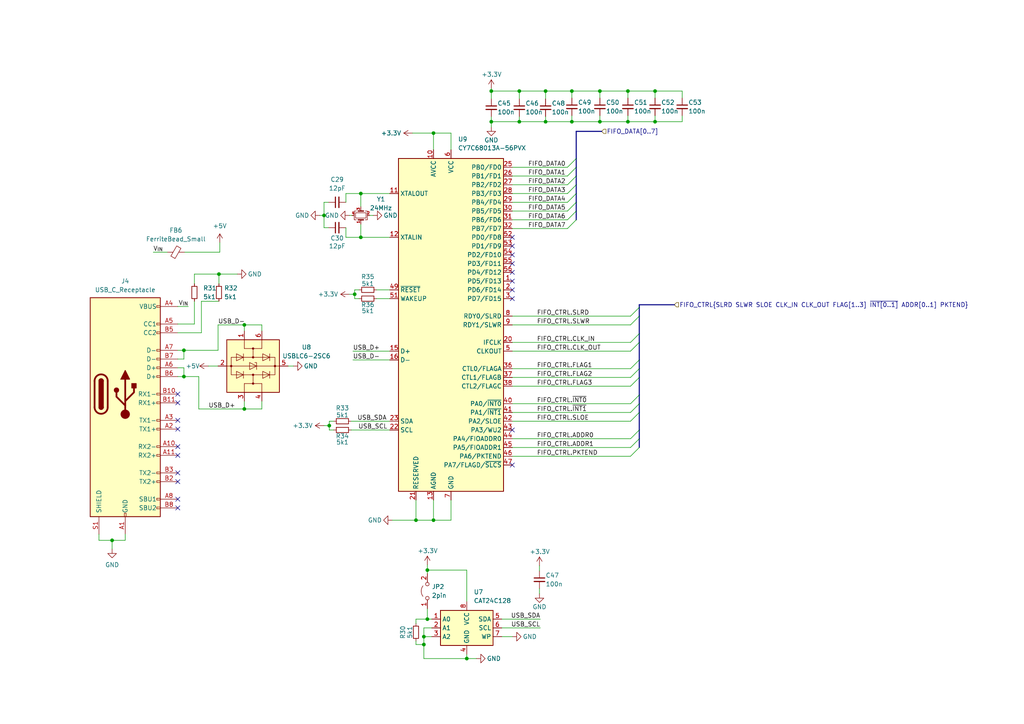
<source format=kicad_sch>
(kicad_sch (version 20211123) (generator eeschema)
  (paper "A4")
  (lib_symbols
    (symbol "Connector:USB_C_Receptacle" (pin_names (offset 1.016))
      (property "Reference" "J" (at -10.16 29.21 0))
      (property "Value" "USB_C_Receptacle" (at 10.16 29.21 0))
      (symbol "USB_C_Receptacle_0_0"
        (rectangle (start -0.254 -35.56) (end 0.254 -34.544))
        (rectangle (start 10.16 -32.766) (end 9.144 -33.274))
        (rectangle (start 10.16 -30.226) (end 9.144 -30.734))
        (rectangle (start 10.16 -25.146) (end 9.144 -25.654))
        (rectangle (start 10.16 -22.606) (end 9.144 -23.114))
        (rectangle (start 10.16 -17.526) (end 9.144 -18.034))
        (rectangle (start 10.16 -14.986) (end 9.144 -15.494))
        (rectangle (start 10.16 -9.906) (end 9.144 -10.414))
        (rectangle (start 10.16 -7.366) (end 9.144 -7.874))
        (rectangle (start 10.16 -2.286) (end 9.144 -2.794))
        (rectangle (start 10.16 0.254) (end 9.144 -0.254))
        (rectangle (start 10.16 5.334) (end 9.144 4.826))
        (rectangle (start 10.16 7.874) (end 9.144 7.366))
        (rectangle (start 10.16 10.414) (end 9.144 9.906))
        (rectangle (start 10.16 12.954) (end 9.144 12.446))
        (rectangle (start 10.16 18.034) (end 9.144 17.526))
        (rectangle (start 10.16 20.574) (end 9.144 20.066))
        (rectangle (start 10.16 25.654) (end 9.144 25.146))
      )
      (symbol "USB_C_Receptacle_0_1"
        (rectangle (start -10.16 27.94) (end 10.16 -35.56) (stroke (width 0.254)) (fill (type background)))
        (arc (start -8.89 -3.81) (mid -6.985 -5.715) (end -5.08 -3.81) (stroke (width 0.508)))
        (arc (start -7.62 -3.81) (mid -6.985 -4.445) (end -6.35 -3.81) (stroke (width 0.254)))
        (arc (start -7.62 -3.81) (mid -6.985 -4.445) (end -6.35 -3.81) (stroke (width 0.254)) (fill (type outline)))
        (rectangle (start -7.62 -3.81) (end -6.35 3.81) (stroke (width 0.254)) (fill (type outline)))
        (arc (start -6.35 3.81) (mid -6.985 4.445) (end -7.62 3.81) (stroke (width 0.254)))
        (arc (start -6.35 3.81) (mid -6.985 4.445) (end -7.62 3.81) (stroke (width 0.254)) (fill (type outline)))
        (arc (start -5.08 3.81) (mid -6.985 5.715) (end -8.89 3.81) (stroke (width 0.508)))
        (polyline (pts (xy -8.89 -3.81) (xy -8.89 3.81)) (stroke (width 0.508)))
        (polyline (pts (xy -5.08 3.81) (xy -5.08 -3.81)) (stroke (width 0.508)))
      )
      (symbol "USB_C_Receptacle_1_1"
        (circle (center -2.54 1.143) (radius 0.635) (stroke (width 0.254)) (fill (type outline)))
        (circle (center 0 -5.842) (radius 1.27) (fill (type outline)))
        (polyline (pts (xy 0 -5.842) (xy 0 4.318)) (stroke (width 0.508)))
        (polyline (pts (xy 0 -3.302) (xy -2.54 -0.762) (xy -2.54 0.508)) (stroke (width 0.508)))
        (polyline (pts (xy 0 -2.032) (xy 2.54 0.508) (xy 2.54 1.778)) (stroke (width 0.508)))
        (polyline (pts (xy -1.27 4.318) (xy 0 6.858) (xy 1.27 4.318) (xy -1.27 4.318)) (stroke (width 0.254)) (fill (type outline)))
        (rectangle (start 1.905 1.778) (end 3.175 3.048) (stroke (width 0.254)) (fill (type outline)))
        (pin passive line (at 0 -40.64 90) (length 5.08) (name "GND") (number "A1"))
        (pin bidirectional line (at 15.24 -15.24 180) (length 5.08) (name "RX2-") (number "A10"))
        (pin bidirectional line (at 15.24 -17.78 180) (length 5.08) (name "RX2+") (number "A11"))
        (pin passive line (at 0 -40.64 90) (length 5.08) hide (name "GND") (number "A12"))
        (pin bidirectional line (at 15.24 -10.16 180) (length 5.08) (name "TX1+") (number "A2"))
        (pin bidirectional line (at 15.24 -7.62 180) (length 5.08) (name "TX1-") (number "A3"))
        (pin passive line (at 15.24 25.4 180) (length 5.08) (name "VBUS") (number "A4"))
        (pin bidirectional line (at 15.24 20.32 180) (length 5.08) (name "CC1") (number "A5"))
        (pin bidirectional line (at 15.24 7.62 180) (length 5.08) (name "D+") (number "A6"))
        (pin bidirectional line (at 15.24 12.7 180) (length 5.08) (name "D-") (number "A7"))
        (pin bidirectional line (at 15.24 -30.48 180) (length 5.08) (name "SBU1") (number "A8"))
        (pin passive line (at 15.24 25.4 180) (length 5.08) hide (name "VBUS") (number "A9"))
        (pin passive line (at 0 -40.64 90) (length 5.08) hide (name "GND") (number "B1"))
        (pin bidirectional line (at 15.24 0 180) (length 5.08) (name "RX1-") (number "B10"))
        (pin bidirectional line (at 15.24 -2.54 180) (length 5.08) (name "RX1+") (number "B11"))
        (pin passive line (at 0 -40.64 90) (length 5.08) hide (name "GND") (number "B12"))
        (pin bidirectional line (at 15.24 -25.4 180) (length 5.08) (name "TX2+") (number "B2"))
        (pin bidirectional line (at 15.24 -22.86 180) (length 5.08) (name "TX2-") (number "B3"))
        (pin passive line (at 15.24 25.4 180) (length 5.08) hide (name "VBUS") (number "B4"))
        (pin bidirectional line (at 15.24 17.78 180) (length 5.08) (name "CC2") (number "B5"))
        (pin bidirectional line (at 15.24 5.08 180) (length 5.08) (name "D+") (number "B6"))
        (pin bidirectional line (at 15.24 10.16 180) (length 5.08) (name "D-") (number "B7"))
        (pin bidirectional line (at 15.24 -33.02 180) (length 5.08) (name "SBU2") (number "B8"))
        (pin passive line (at 15.24 25.4 180) (length 5.08) hide (name "VBUS") (number "B9"))
        (pin passive line (at -7.62 -40.64 90) (length 5.08) (name "SHIELD") (number "S1"))
      )
    )
    (symbol "Device:C_Small" (pin_numbers hide) (pin_names (offset 0.254) hide)
      (property "Reference" "C" (at 0.254 1.778 0))
      (property "Value" "C_Small" (at 0.254 -2.032 0))
      (symbol "C_Small_0_1"
        (polyline (pts (xy -1.524 -0.508) (xy 1.524 -0.508)) (stroke (width 0.3302)))
        (polyline (pts (xy -1.524 0.508) (xy 1.524 0.508)) (stroke (width 0.3048)))
      )
      (symbol "C_Small_1_1"
        (pin passive line (at 0 2.54 270) (length 2.032) (name "~") (number "1"))
        (pin passive line (at 0 -2.54 90) (length 2.032) (name "~") (number "2"))
      )
    )
    (symbol "Device:Crystal_GND24_Small" (pin_names (offset 1.016) hide)
      (property "Reference" "Y" (at 1.27 4.445 0))
      (property "Value" "Crystal_GND24_Small" (at 1.27 2.54 0))
      (symbol "Crystal_GND24_Small_0_1"
        (rectangle (start -0.762 -1.524) (end 0.762 1.524))
        (polyline (pts (xy -1.27 -0.762) (xy -1.27 0.762)) (stroke (width 0.381)))
        (polyline (pts (xy 1.27 -0.762) (xy 1.27 0.762)) (stroke (width 0.381)))
        (polyline (pts (xy -1.27 -1.27) (xy -1.27 -1.905) (xy 1.27 -1.905) (xy 1.27 -1.27)))
        (polyline (pts (xy -1.27 1.27) (xy -1.27 1.905) (xy 1.27 1.905) (xy 1.27 1.27)))
      )
      (symbol "Crystal_GND24_Small_1_1"
        (pin passive line (at -2.54 0 0) (length 1.27) (name "1") (number "1"))
        (pin passive line (at 0 -2.54 90) (length 0.635) (name "2") (number "2"))
        (pin passive line (at 2.54 0 180) (length 1.27) (name "3") (number "3"))
        (pin passive line (at 0 2.54 270) (length 0.635) (name "4") (number "4"))
      )
    )
    (symbol "Device:FerriteBead_Small" (pin_numbers hide) (pin_names (offset 0))
      (property "Reference" "FB" (at 1.905 1.27 0))
      (property "Value" "FerriteBead_Small" (at 1.905 -1.27 0))
      (symbol "FerriteBead_Small_0_1"
        (polyline (pts (xy 0 -1.27) (xy 0 -0.7874)))
        (polyline (pts (xy 0 0.889) (xy 0 1.2954)))
        (polyline (pts (xy -1.8288 0.2794) (xy -1.1176 1.4986) (xy 1.8288 -0.2032) (xy 1.1176 -1.4224) (xy -1.8288 0.2794)))
      )
      (symbol "FerriteBead_Small_1_1"
        (pin passive line (at 0 2.54 270) (length 1.27) (name "~") (number "1"))
        (pin passive line (at 0 -2.54 90) (length 1.27) (name "~") (number "2"))
      )
    )
    (symbol "Device:R_Small" (pin_numbers hide) (pin_names (offset 0.254) hide)
      (property "Reference" "R" (at 0.762 0.508 0))
      (property "Value" "R_Small" (at 0.762 -1.016 0))
      (symbol "R_Small_0_1"
        (rectangle (start -0.762 1.778) (end 0.762 -1.778) (stroke (width 0.2032)))
      )
      (symbol "R_Small_1_1"
        (pin passive line (at 0 2.54 270) (length 0.762) (name "~") (number "1"))
        (pin passive line (at 0 -2.54 90) (length 0.762) (name "~") (number "2"))
      )
    )
    (symbol "Jumper:Jumper_2_Open" (pin_names (offset 0) hide)
      (property "Reference" "JP" (at 0 2.794 0))
      (property "Value" "Jumper_2_Open" (at 0 -2.286 0))
      (symbol "Jumper_2_Open_0_0"
        (circle (center -2.032 0) (radius 0.508))
        (circle (center 2.032 0) (radius 0.508))
      )
      (symbol "Jumper_2_Open_0_1"
        (arc (start 1.524 1.27) (mid 0 1.778) (end -1.524 1.27))
      )
      (symbol "Jumper_2_Open_1_1"
        (pin passive line (at -5.08 0 0) (length 2.54) (name "A") (number "1"))
        (pin passive line (at 5.08 0 180) (length 2.54) (name "B") (number "2"))
      )
    )
    (symbol "MCU_Cypress:CY7C68013A-56PVX"
      (property "Reference" "U" (at -13.97 49.53 0))
      (property "Value" "CY7C68013A-56PVX" (at 12.7 49.53 0))
      (symbol "CY7C68013A-56PVX_0_1"
        (rectangle (start 15.24 -48.26) (end -15.24 48.26) (stroke (width 0.254)) (fill (type background)))
      )
      (symbol "CY7C68013A-56PVX_1_1"
        (pin bidirectional line (at 17.78 12.7 180) (length 2.54) (name "PD5/FD13") (number "1"))
        (pin power_in line (at -5.08 50.8 270) (length 2.54) (name "AVCC") (number "10"))
        (pin output line (at -17.78 38.1 0) (length 2.54) (name "XTALOUT") (number "11"))
        (pin input line (at -17.78 25.4 0) (length 2.54) (name "XTALIN") (number "12"))
        (pin power_in line (at -5.08 -50.8 90) (length 2.54) (name "AGND") (number "13"))
        (pin passive line (at -5.08 50.8 270) (length 2.54) hide (name "AVCC") (number "14"))
        (pin bidirectional line (at -17.78 -7.62 0) (length 2.54) (name "D+") (number "15"))
        (pin bidirectional line (at -17.78 -10.16 0) (length 2.54) (name "D-") (number "16"))
        (pin passive line (at -5.08 -50.8 90) (length 2.54) hide (name "AGND") (number "17"))
        (pin passive line (at 0 50.8 270) (length 2.54) hide (name "VCC") (number "18"))
        (pin passive line (at 0 -50.8 90) (length 2.54) hide (name "GND") (number "19"))
        (pin bidirectional line (at 17.78 10.16 180) (length 2.54) (name "PD6/FD14") (number "2"))
        (pin bidirectional line (at 17.78 -5.08 180) (length 2.54) (name "IFCLK") (number "20"))
        (pin input line (at -10.16 -50.8 90) (length 2.54) (name "RESERVED") (number "21"))
        (pin input line (at -17.78 -30.48 0) (length 2.54) (name "SCL") (number "22"))
        (pin bidirectional line (at -17.78 -27.94 0) (length 2.54) (name "SDA") (number "23"))
        (pin passive line (at 0 50.8 270) (length 2.54) hide (name "VCC") (number "24"))
        (pin bidirectional line (at 17.78 45.72 180) (length 2.54) (name "PB0/FD0") (number "25"))
        (pin bidirectional line (at 17.78 43.18 180) (length 2.54) (name "PB1/FD1") (number "26"))
        (pin bidirectional line (at 17.78 40.64 180) (length 2.54) (name "PB2/FD2") (number "27"))
        (pin bidirectional line (at 17.78 38.1 180) (length 2.54) (name "PB3/FD3") (number "28"))
        (pin bidirectional line (at 17.78 35.56 180) (length 2.54) (name "PB4/FD4") (number "29"))
        (pin bidirectional line (at 17.78 7.62 180) (length 2.54) (name "PD7/FD15") (number "3"))
        (pin bidirectional line (at 17.78 33.02 180) (length 2.54) (name "PB5/FD5") (number "30"))
        (pin bidirectional line (at 17.78 30.48 180) (length 2.54) (name "PB6/FD6") (number "31"))
        (pin bidirectional line (at 17.78 27.94 180) (length 2.54) (name "PB7/FD7") (number "32"))
        (pin passive line (at 0 -50.8 90) (length 2.54) hide (name "GND") (number "33"))
        (pin passive line (at 0 50.8 270) (length 2.54) hide (name "VCC") (number "34"))
        (pin passive line (at 0 -50.8 90) (length 2.54) hide (name "GND") (number "35"))
        (pin output line (at 17.78 -12.7 180) (length 2.54) (name "CTL0/FLAGA") (number "36"))
        (pin output line (at 17.78 -15.24 180) (length 2.54) (name "CTL1/FLAGB") (number "37"))
        (pin output line (at 17.78 -17.78 180) (length 2.54) (name "CTL2/FLAGC") (number "38"))
        (pin passive line (at 0 50.8 270) (length 2.54) hide (name "VCC") (number "39"))
        (pin passive line (at 0 -50.8 90) (length 2.54) hide (name "GND") (number "4"))
        (pin bidirectional line (at 17.78 -22.86 180) (length 2.54) (name "PA0/~{INT0}") (number "40"))
        (pin bidirectional line (at 17.78 -25.4 180) (length 2.54) (name "PA1/~{INT1}") (number "41"))
        (pin bidirectional line (at 17.78 -27.94 180) (length 2.54) (name "PA2/SLOE") (number "42"))
        (pin bidirectional line (at 17.78 -30.48 180) (length 2.54) (name "PA3/WU2") (number "43"))
        (pin bidirectional line (at 17.78 -33.02 180) (length 2.54) (name "PA4/FIOADDR0") (number "44"))
        (pin bidirectional line (at 17.78 -35.56 180) (length 2.54) (name "PA5/FIOADDR1") (number "45"))
        (pin bidirectional line (at 17.78 -38.1 180) (length 2.54) (name "PA6/PKTEND") (number "46"))
        (pin bidirectional line (at 17.78 -40.64 180) (length 2.54) (name "PA7/FLAGD/~{SLCS}") (number "47"))
        (pin passive line (at 0 -50.8 90) (length 2.54) hide (name "GND") (number "48"))
        (pin input line (at -17.78 10.16 0) (length 2.54) (name "~{RESET}") (number "49"))
        (pin output line (at 17.78 -7.62 180) (length 2.54) (name "CLKOUT") (number "5"))
        (pin passive line (at 0 50.8 270) (length 2.54) hide (name "VCC") (number "50"))
        (pin input line (at -17.78 7.62 0) (length 2.54) (name "WAKEUP") (number "51"))
        (pin bidirectional line (at 17.78 25.4 180) (length 2.54) (name "PD0/FD8") (number "52"))
        (pin bidirectional line (at 17.78 22.86 180) (length 2.54) (name "PD1/FD9") (number "53"))
        (pin bidirectional line (at 17.78 20.32 180) (length 2.54) (name "PD2/FD10") (number "54"))
        (pin bidirectional line (at 17.78 17.78 180) (length 2.54) (name "PD3/FD11") (number "55"))
        (pin bidirectional line (at 17.78 15.24 180) (length 2.54) (name "PD4/FD12") (number "56"))
        (pin power_in line (at 0 50.8 270) (length 2.54) (name "VCC") (number "6"))
        (pin power_in line (at 0 -50.8 90) (length 2.54) (name "GND") (number "7"))
        (pin input line (at 17.78 2.54 180) (length 2.54) (name "RDY0/SLRD") (number "8"))
        (pin input line (at 17.78 0 180) (length 2.54) (name "RDY1/SLWR") (number "9"))
      )
    )
    (symbol "Memory_EEPROM:CAT24C128"
      (property "Reference" "U" (at -6.35 6.35 0))
      (property "Value" "CAT24C128" (at 1.27 6.35 0))
      (symbol "CAT24C128_1_1"
        (rectangle (start -7.62 5.08) (end 7.62 -5.08) (stroke (width 0.254)) (fill (type background)))
        (pin input line (at -10.16 2.54 0) (length 2.54) (name "A0") (number "1"))
        (pin input line (at -10.16 0 0) (length 2.54) (name "A1") (number "2"))
        (pin input line (at -10.16 -2.54 0) (length 2.54) (name "A2") (number "3"))
        (pin power_in line (at 0 -7.62 90) (length 2.54) (name "GND") (number "4"))
        (pin bidirectional line (at 10.16 2.54 180) (length 2.54) (name "SDA") (number "5"))
        (pin input line (at 10.16 0 180) (length 2.54) (name "SCL") (number "6"))
        (pin input line (at 10.16 -2.54 180) (length 2.54) (name "WP") (number "7"))
        (pin power_in line (at 0 7.62 270) (length 2.54) (name "VCC") (number "8"))
      )
    )
    (symbol "Power_Protection:USBLC6-2SC6" (pin_names hide)
      (property "Reference" "U" (at 2.54 8.89 0))
      (property "Value" "USBLC6-2SC6" (at 2.54 -8.89 0))
      (symbol "USBLC6-2SC6_0_1"
        (rectangle (start -7.62 -7.62) (end 7.62 7.62) (stroke (width 0.254)) (fill (type background)))
        (circle (center -5.08 0) (radius 0.254) (fill (type outline)))
        (circle (center -2.54 0) (radius 0.254) (fill (type outline)))
        (rectangle (start -2.54 6.35) (end 2.54 -6.35))
        (circle (center 0 -6.35) (radius 0.254) (fill (type outline)))
        (polyline (pts (xy -5.08 -2.54) (xy -7.62 -2.54)))
        (polyline (pts (xy -5.08 0) (xy -5.08 -2.54)))
        (polyline (pts (xy -5.08 2.54) (xy -7.62 2.54)))
        (polyline (pts (xy -1.524 -2.794) (xy -3.556 -2.794)))
        (polyline (pts (xy -1.524 4.826) (xy -3.556 4.826)))
        (polyline (pts (xy 0 -7.62) (xy 0 -6.35)))
        (polyline (pts (xy 0 -6.35) (xy 0 1.27)))
        (polyline (pts (xy 0 1.27) (xy 0 6.35)))
        (polyline (pts (xy 0 6.35) (xy 0 7.62)))
        (polyline (pts (xy 1.524 -2.794) (xy 3.556 -2.794)))
        (polyline (pts (xy 1.524 4.826) (xy 3.556 4.826)))
        (polyline (pts (xy 5.08 -2.54) (xy 7.62 -2.54)))
        (polyline (pts (xy 5.08 0) (xy 5.08 -2.54)))
        (polyline (pts (xy 5.08 2.54) (xy 7.62 2.54)))
        (polyline (pts (xy -2.54 0) (xy -5.08 0) (xy -5.08 2.54)))
        (polyline (pts (xy 2.54 0) (xy 5.08 0) (xy 5.08 2.54)))
        (polyline (pts (xy -3.556 -4.826) (xy -1.524 -4.826) (xy -2.54 -2.794) (xy -3.556 -4.826)))
        (polyline (pts (xy -3.556 2.794) (xy -1.524 2.794) (xy -2.54 4.826) (xy -3.556 2.794)))
        (polyline (pts (xy -1.016 -1.016) (xy 1.016 -1.016) (xy 0 1.016) (xy -1.016 -1.016)))
        (polyline (pts (xy 1.016 1.016) (xy 0.762 1.016) (xy -1.016 1.016) (xy -1.016 0.508)))
        (polyline (pts (xy 3.556 -4.826) (xy 1.524 -4.826) (xy 2.54 -2.794) (xy 3.556 -4.826)))
        (polyline (pts (xy 3.556 2.794) (xy 1.524 2.794) (xy 2.54 4.826) (xy 3.556 2.794)))
        (circle (center 0 6.35) (radius 0.254) (fill (type outline)))
        (circle (center 2.54 0) (radius 0.254) (fill (type outline)))
        (circle (center 5.08 0) (radius 0.254) (fill (type outline)))
      )
      (symbol "USBLC6-2SC6_1_1"
        (pin passive line (at -10.16 -2.54 0) (length 2.54) (name "I/O1") (number "1"))
        (pin passive line (at 0 -10.16 90) (length 2.54) (name "GND") (number "2"))
        (pin passive line (at 10.16 -2.54 180) (length 2.54) (name "I/O2") (number "3"))
        (pin passive line (at 10.16 2.54 180) (length 2.54) (name "I/O2") (number "4"))
        (pin passive line (at 0 10.16 270) (length 2.54) (name "VBUS") (number "5"))
        (pin passive line (at -10.16 2.54 0) (length 2.54) (name "I/O1") (number "6"))
      )
    )
    (symbol "power:+3.3V" (power) (pin_names (offset 0))
      (property "Value" "+3.3V" (at 0 3.556 0))
      (symbol "+3.3V_0_1"
        (polyline (pts (xy -0.762 1.27) (xy 0 2.54)))
        (polyline (pts (xy 0 0) (xy 0 2.54)))
        (polyline (pts (xy 0 2.54) (xy 0.762 1.27)))
      )
      (symbol "+3.3V_1_1"
        (pin power_in line (at 0 0 90) (length 0) hide (name "+3.3V") (number "1"))
      )
    )
    (symbol "power:+5V" (power) (pin_names (offset 0))
      (property "Value" "+5V" (at 0 3.556 0))
      (symbol "+5V_0_1"
        (polyline (pts (xy -0.762 1.27) (xy 0 2.54)))
        (polyline (pts (xy 0 0) (xy 0 2.54)))
        (polyline (pts (xy 0 2.54) (xy 0.762 1.27)))
      )
      (symbol "+5V_1_1"
        (pin power_in line (at 0 0 90) (length 0) hide (name "+5V") (number "1"))
      )
    )
    (symbol "power:GND" (power) (pin_names (offset 0))
      (property "Value" "GND" (at 0 -3.81 0))
      (symbol "GND_0_1"
        (polyline (pts (xy 0 0) (xy 0 -1.27) (xy 1.27 -1.27) (xy 0 -2.54) (xy -1.27 -1.27) (xy 0 -1.27)))
      )
      (symbol "GND_1_1"
        (pin power_in line (at 0 0 270) (length 0) hide (name "GND") (number "1"))
      )
    )
  )
  (bus_alias "FIFO_DATA[0-7]" (members))
  (junction (at 120.65 150.876))
  (junction (at 70.866 118.618))
  (junction (at 189.992 35.306))
  (junction (at 53.34 109.22))
  (junction (at 158.242 35.306))
  (junction (at 122.936 184.658))
  (junction (at 173.99 26.416))
  (junction (at 135.382 191.008))
  (junction (at 173.99 35.306))
  (junction (at 150.622 35.306))
  (junction (at 63.5 79.502))
  (junction (at 70.866 94.234))
  (junction (at 53.34 101.6))
  (junction (at 93.98 62.484))
  (junction (at 123.952 165.354))
  (junction (at 165.862 35.306))
  (junction (at 142.494 26.416))
  (junction (at 150.622 26.416))
  (junction (at 158.242 26.416))
  (junction (at 123.952 179.578))
  (junction (at 182.118 26.416))
  (junction (at 104.648 68.834))
  (junction (at 102.87 85.344))
  (junction (at 182.118 35.306))
  (junction (at 95.504 123.444))
  (junction (at 165.862 26.416))
  (junction (at 104.648 56.134))
  (junction (at 125.73 150.876))
  (junction (at 142.494 35.306))
  (junction (at 32.512 156.718))
  (junction (at 189.992 26.416))
  (junction (at 122.936 186.944))
  (junction (at 125.73 38.608))
  (no_connect (at 51.562 129.54))
  (no_connect (at 148.59 124.714))
  (no_connect (at 51.562 139.7))
  (no_connect (at 51.562 137.16))
  (no_connect (at 51.562 147.32))
  (no_connect (at 51.562 116.84))
  (no_connect (at 51.562 144.78))
  (no_connect (at 51.562 132.08))
  (no_connect (at 51.562 121.92))
  (no_connect (at 148.59 68.834))
  (no_connect (at 148.59 71.374))
  (no_connect (at 148.59 73.914))
  (no_connect (at 148.59 76.454))
  (no_connect (at 148.59 86.614))
  (no_connect (at 148.59 81.534))
  (no_connect (at 148.59 84.074))
  (no_connect (at 148.59 78.994))
  (no_connect (at 51.562 124.46))
  (no_connect (at 51.562 114.3))
  (no_connect (at 148.59 134.874))
  (bus_entry (at 185.42 127.254) (size -2.54 2.54))
  (bus_entry (at 167.132 53.594) (size -2.54 2.54))
  (bus_entry (at 167.132 58.674) (size -2.54 2.54))
  (bus_entry (at 185.42 99.314) (size -2.54 2.54))
  (bus_entry (at 185.42 117.094) (size -2.54 2.54))
  (bus_entry (at 167.132 56.134) (size -2.54 2.54))
  (bus_entry (at 167.132 45.974) (size -2.54 2.54))
  (bus_entry (at 167.132 51.054) (size -2.54 2.54))
  (bus_entry (at 185.42 106.934) (size -2.54 2.54))
  (bus_entry (at 167.132 63.754) (size -2.54 2.54))
  (bus_entry (at 167.132 48.514) (size -2.54 2.54))
  (bus_entry (at 167.132 61.214) (size -2.54 2.54))
  (bus_entry (at 185.42 114.554) (size -2.54 2.54))
  (bus_entry (at 185.42 109.474) (size -2.54 2.54))
  (bus_entry (at 185.42 124.714) (size -2.54 2.54))
  (bus_entry (at 185.42 89.154) (size -2.54 2.54))
  (bus_entry (at 185.42 104.394) (size -2.54 2.54))
  (bus_entry (at 185.42 91.694) (size -2.54 2.54))
  (bus_entry (at 185.42 96.774) (size -2.54 2.54))
  (bus_entry (at 185.42 119.634) (size -2.54 2.54))
  (bus_entry (at 185.42 129.794) (size -2.54 2.54))
  (wire (pts (xy 53.34 109.22) (xy 51.562 109.22)))
  (wire (pts (xy 63.5 79.502) (xy 63.5 82.296)))
  (wire (pts (xy 75.946 96.012) (xy 75.946 94.234)))
  (wire (pts (xy 148.59 122.174) (xy 182.88 122.174)))
  (wire (pts (xy 123.952 165.354) (xy 123.952 166.37)))
  (bus (pts (xy 174.498 38.1) (xy 167.132 38.1)))
  (bus (pts (xy 167.132 51.054) (xy 167.132 53.594)))
  (wire (pts (xy 130.81 150.876) (xy 125.73 150.876)))
  (bus (pts (xy 195.58 88.392) (xy 185.42 88.392)))
  (wire (pts (xy 148.59 101.854) (xy 182.88 101.854)))
  (wire (pts (xy 36.322 156.718) (xy 32.512 156.718)))
  (wire (pts (xy 75.946 118.618) (xy 70.866 118.618)))
  (wire (pts (xy 70.866 116.332) (xy 70.866 118.618)))
  (bus (pts (xy 167.132 53.594) (xy 167.132 56.134)))
  (wire (pts (xy 150.622 33.782) (xy 150.622 35.306)))
  (wire (pts (xy 165.862 26.416) (xy 173.99 26.416)))
  (wire (pts (xy 148.59 117.094) (xy 182.88 117.094)))
  (bus (pts (xy 185.42 106.934) (xy 185.42 109.474)))
  (wire (pts (xy 70.866 94.234) (xy 70.866 96.012)))
  (wire (pts (xy 182.118 35.306) (xy 189.992 35.306)))
  (wire (pts (xy 125.73 38.608) (xy 125.73 43.434)))
  (wire (pts (xy 83.566 106.172) (xy 85.09 106.172)))
  (wire (pts (xy 156.464 164.084) (xy 156.464 165.608)))
  (bus (pts (xy 185.42 124.714) (xy 185.42 127.254)))
  (bus (pts (xy 167.132 48.514) (xy 167.132 51.054)))
  (wire (pts (xy 63.5 79.502) (xy 56.388 79.502)))
  (wire (pts (xy 148.59 66.294) (xy 164.592 66.294)))
  (wire (pts (xy 165.862 35.306) (xy 173.99 35.306)))
  (wire (pts (xy 197.866 26.416) (xy 197.866 28.448)))
  (wire (pts (xy 104.648 68.834) (xy 100.33 68.834)))
  (wire (pts (xy 104.648 65.024) (xy 104.648 68.834)))
  (wire (pts (xy 104.648 56.134) (xy 100.33 56.134)))
  (wire (pts (xy 104.648 56.134) (xy 104.648 59.944)))
  (wire (pts (xy 102.362 104.394) (xy 113.03 104.394)))
  (wire (pts (xy 148.59 58.674) (xy 164.592 58.674)))
  (bus (pts (xy 185.42 119.634) (xy 185.42 124.714)))
  (wire (pts (xy 122.936 186.944) (xy 122.936 191.008)))
  (wire (pts (xy 135.382 165.354) (xy 135.382 174.498)))
  (wire (pts (xy 104.14 84.074) (xy 102.87 84.074)))
  (wire (pts (xy 63.5 87.376) (xy 58.42 87.376)))
  (wire (pts (xy 189.992 33.528) (xy 189.992 35.306)))
  (wire (pts (xy 58.42 87.376) (xy 58.42 96.52)))
  (wire (pts (xy 142.494 25.654) (xy 142.494 26.416)))
  (wire (pts (xy 189.992 26.416) (xy 197.866 26.416)))
  (bus (pts (xy 185.42 104.394) (xy 185.42 106.934)))
  (wire (pts (xy 189.992 26.416) (xy 189.992 28.448)))
  (wire (pts (xy 142.494 33.782) (xy 142.494 35.306)))
  (wire (pts (xy 57.658 109.22) (xy 53.34 109.22)))
  (wire (pts (xy 53.594 73.152) (xy 63.754 73.152)))
  (wire (pts (xy 142.494 26.416) (xy 150.622 26.416)))
  (wire (pts (xy 165.862 26.416) (xy 165.862 28.448)))
  (wire (pts (xy 150.622 26.416) (xy 150.622 28.702)))
  (wire (pts (xy 93.98 123.444) (xy 95.504 123.444)))
  (wire (pts (xy 53.34 101.6) (xy 53.34 104.14)))
  (wire (pts (xy 148.59 61.214) (xy 164.592 61.214)))
  (bus (pts (xy 185.42 99.314) (xy 185.42 104.394)))
  (wire (pts (xy 32.512 156.718) (xy 28.702 156.718)))
  (wire (pts (xy 75.946 116.332) (xy 75.946 118.618)))
  (wire (pts (xy 93.98 66.04) (xy 95.25 66.04)))
  (wire (pts (xy 119.634 38.608) (xy 125.73 38.608)))
  (wire (pts (xy 95.25 58.674) (xy 93.98 58.674)))
  (bus (pts (xy 167.132 38.1) (xy 167.132 45.974)))
  (wire (pts (xy 102.87 86.614) (xy 104.14 86.614)))
  (wire (pts (xy 48.514 73.152) (xy 44.45 73.152)))
  (wire (pts (xy 53.34 104.14) (xy 51.562 104.14)))
  (wire (pts (xy 148.59 91.694) (xy 182.88 91.694)))
  (wire (pts (xy 148.59 53.594) (xy 164.592 53.594)))
  (wire (pts (xy 148.59 56.134) (xy 164.592 56.134)))
  (wire (pts (xy 197.866 33.528) (xy 197.866 35.306)))
  (wire (pts (xy 156.464 170.688) (xy 156.464 172.212)))
  (bus (pts (xy 185.42 96.774) (xy 185.42 99.314)))
  (wire (pts (xy 58.42 96.52) (xy 51.562 96.52)))
  (wire (pts (xy 135.382 191.008) (xy 135.382 189.738)))
  (wire (pts (xy 182.118 33.528) (xy 182.118 35.306)))
  (bus (pts (xy 185.42 109.474) (xy 185.42 114.554)))
  (wire (pts (xy 75.946 94.234) (xy 70.866 94.234)))
  (wire (pts (xy 51.562 88.9) (xy 54.61 88.9)))
  (wire (pts (xy 150.622 35.306) (xy 158.242 35.306)))
  (wire (pts (xy 158.242 33.782) (xy 158.242 35.306)))
  (wire (pts (xy 148.59 119.634) (xy 182.88 119.634)))
  (wire (pts (xy 125.222 179.578) (xy 123.952 179.578)))
  (wire (pts (xy 96.774 122.174) (xy 95.504 122.174)))
  (wire (pts (xy 182.118 26.416) (xy 182.118 28.448)))
  (wire (pts (xy 56.388 93.98) (xy 56.388 87.376)))
  (wire (pts (xy 122.936 191.008) (xy 135.382 191.008)))
  (bus (pts (xy 167.132 56.134) (xy 167.132 58.674)))
  (wire (pts (xy 148.59 94.234) (xy 182.88 94.234)))
  (bus (pts (xy 185.42 88.392) (xy 185.42 89.154)))
  (wire (pts (xy 63.246 94.234) (xy 63.246 101.6)))
  (wire (pts (xy 173.99 26.416) (xy 173.99 28.448)))
  (wire (pts (xy 148.59 63.754) (xy 164.592 63.754)))
  (wire (pts (xy 28.702 156.718) (xy 28.702 154.94)))
  (bus (pts (xy 185.42 117.094) (xy 185.42 119.634)))
  (wire (pts (xy 70.866 94.234) (xy 63.246 94.234)))
  (wire (pts (xy 36.322 154.94) (xy 36.322 156.718)))
  (wire (pts (xy 53.34 106.68) (xy 53.34 109.22)))
  (wire (pts (xy 113.03 56.134) (xy 104.648 56.134)))
  (wire (pts (xy 125.73 150.876) (xy 120.65 150.876)))
  (wire (pts (xy 165.862 33.528) (xy 165.862 35.306)))
  (wire (pts (xy 57.658 118.618) (xy 57.658 109.22)))
  (wire (pts (xy 122.936 184.658) (xy 122.936 186.944)))
  (wire (pts (xy 123.952 176.53) (xy 123.952 179.578)))
  (wire (pts (xy 142.494 35.306) (xy 142.494 36.83)))
  (wire (pts (xy 148.59 112.014) (xy 182.88 112.014)))
  (bus (pts (xy 185.42 89.154) (xy 185.42 91.694)))
  (wire (pts (xy 122.936 182.118) (xy 122.936 184.658)))
  (wire (pts (xy 135.382 191.008) (xy 138.176 191.008)))
  (wire (pts (xy 93.98 62.484) (xy 93.98 66.04)))
  (wire (pts (xy 148.59 127.254) (xy 182.88 127.254)))
  (wire (pts (xy 102.87 84.074) (xy 102.87 85.344)))
  (wire (pts (xy 148.59 129.794) (xy 182.88 129.794)))
  (wire (pts (xy 148.59 132.334) (xy 182.88 132.334)))
  (wire (pts (xy 148.59 109.474) (xy 182.88 109.474)))
  (wire (pts (xy 130.81 43.434) (xy 130.81 38.608)))
  (wire (pts (xy 173.99 33.528) (xy 173.99 35.306)))
  (wire (pts (xy 95.504 123.444) (xy 95.504 124.714)))
  (wire (pts (xy 120.65 185.928) (xy 120.65 186.944)))
  (wire (pts (xy 158.242 35.306) (xy 165.862 35.306)))
  (bus (pts (xy 185.42 114.554) (xy 185.42 117.094)))
  (wire (pts (xy 101.854 124.714) (xy 113.03 124.714)))
  (wire (pts (xy 130.81 38.608) (xy 125.73 38.608)))
  (wire (pts (xy 125.73 145.034) (xy 125.73 150.876)))
  (wire (pts (xy 120.65 150.876) (xy 113.792 150.876)))
  (wire (pts (xy 123.952 179.578) (xy 120.65 179.578)))
  (wire (pts (xy 148.59 48.514) (xy 164.592 48.514)))
  (bus (pts (xy 167.132 58.674) (xy 167.132 61.214)))
  (wire (pts (xy 150.622 26.416) (xy 158.242 26.416)))
  (wire (pts (xy 189.992 35.306) (xy 197.866 35.306)))
  (wire (pts (xy 120.65 179.578) (xy 120.65 180.848)))
  (wire (pts (xy 51.562 93.98) (xy 56.388 93.98)))
  (wire (pts (xy 70.866 118.618) (xy 57.658 118.618)))
  (wire (pts (xy 158.242 26.416) (xy 165.862 26.416)))
  (wire (pts (xy 145.542 179.578) (xy 156.718 179.578)))
  (wire (pts (xy 173.99 35.306) (xy 182.118 35.306)))
  (wire (pts (xy 63.246 101.6) (xy 53.34 101.6)))
  (wire (pts (xy 122.936 184.658) (xy 125.222 184.658)))
  (wire (pts (xy 109.22 86.614) (xy 113.03 86.614)))
  (wire (pts (xy 95.504 124.714) (xy 96.774 124.714)))
  (wire (pts (xy 142.494 35.306) (xy 150.622 35.306)))
  (wire (pts (xy 60.452 106.172) (xy 63.246 106.172)))
  (wire (pts (xy 113.03 68.834) (xy 104.648 68.834)))
  (wire (pts (xy 145.542 184.658) (xy 148.59 184.658)))
  (wire (pts (xy 51.562 101.6) (xy 53.34 101.6)))
  (wire (pts (xy 102.87 85.344) (xy 102.87 86.614)))
  (wire (pts (xy 148.59 106.934) (xy 182.88 106.934)))
  (wire (pts (xy 173.99 26.416) (xy 182.118 26.416)))
  (wire (pts (xy 123.952 165.354) (xy 135.382 165.354)))
  (wire (pts (xy 148.59 51.054) (xy 164.592 51.054)))
  (wire (pts (xy 101.346 85.344) (xy 102.87 85.344)))
  (wire (pts (xy 92.71 62.484) (xy 93.98 62.484)))
  (wire (pts (xy 182.118 26.416) (xy 189.992 26.416)))
  (wire (pts (xy 95.504 122.174) (xy 95.504 123.444)))
  (wire (pts (xy 68.834 79.502) (xy 63.5 79.502)))
  (wire (pts (xy 102.362 101.854) (xy 113.03 101.854)))
  (wire (pts (xy 107.188 62.484) (xy 108.204 62.484)))
  (wire (pts (xy 145.542 182.118) (xy 156.718 182.118)))
  (wire (pts (xy 123.952 163.83) (xy 123.952 165.354)))
  (wire (pts (xy 148.59 99.314) (xy 182.88 99.314)))
  (wire (pts (xy 130.81 145.034) (xy 130.81 150.876)))
  (wire (pts (xy 63.754 73.152) (xy 63.754 70.358)))
  (bus (pts (xy 185.42 127.254) (xy 185.42 129.794)))
  (wire (pts (xy 101.346 62.484) (xy 102.108 62.484)))
  (wire (pts (xy 32.512 156.718) (xy 32.512 159.258)))
  (wire (pts (xy 100.33 56.134) (xy 100.33 58.674)))
  (wire (pts (xy 93.98 58.674) (xy 93.98 62.484)))
  (wire (pts (xy 120.65 145.034) (xy 120.65 150.876)))
  (bus (pts (xy 167.132 61.214) (xy 167.132 63.754)))
  (bus (pts (xy 185.42 91.694) (xy 185.42 96.774)))
  (wire (pts (xy 56.388 79.502) (xy 56.388 82.296)))
  (wire (pts (xy 101.854 122.174) (xy 113.03 122.174)))
  (wire (pts (xy 158.242 26.416) (xy 158.242 28.702)))
  (wire (pts (xy 51.562 106.68) (xy 53.34 106.68)))
  (wire (pts (xy 142.494 26.416) (xy 142.494 28.702)))
  (wire (pts (xy 109.22 84.074) (xy 113.03 84.074)))
  (wire (pts (xy 122.936 182.118) (xy 125.222 182.118)))
  (bus (pts (xy 167.132 45.974) (xy 167.132 48.514)))
  (wire (pts (xy 120.65 186.944) (xy 122.936 186.944)))
  (wire (pts (xy 100.33 68.834) (xy 100.33 66.04)))
  (label "FIFO_CTRL.FLAG1" (at 155.702 106.934 0))
  (label "FIFO_CTRL.~{INT0}" (at 155.702 117.094 0))
  (label "FIFO_CTRL.SLRD" (at 155.702 91.694 0))
  (label "FIFO_CTRL.ADDR1" (at 155.702 129.794 0))
  (label "FIFO_CTRL.ADDR0" (at 155.702 127.254 0))
  (label "FIFO_CTRL.CLK_IN" (at 155.702 99.314 0))
  (label "USB_SDA" (at 156.718 179.578 180))
  (label "FIFO_CTRL.CLK_OUT" (at 155.702 101.854 0))
  (label "USB_D-" (at 63.246 94.234 0))
  (label "FIFO_CTRL.~{INT1}" (at 155.702 119.634 0))
  (label "FIFO_DATA0" (at 153.162 48.514 0))
  (label "USB_D+" (at 60.452 118.618 0))
  (label "V_{IN}" (at 44.45 73.152 0))
  (label "USB_SDA" (at 103.632 122.174 0))
  (label "FIFO_DATA1" (at 153.162 51.054 0))
  (label "FIFO_DATA3" (at 153.162 56.134 0))
  (label "USB_D+" (at 102.362 101.854 0))
  (label "FIFO_CTRL.SLOE" (at 155.702 122.174 0))
  (label "FIFO_DATA4" (at 153.162 58.674 0))
  (label "FIFO_CTRL.FLAG3" (at 155.702 112.014 0))
  (label "FIFO_DATA6" (at 153.162 63.754 0))
  (label "FIFO_DATA5" (at 153.162 61.214 0))
  (label "FIFO_DATA7" (at 153.162 66.294 0))
  (label "FIFO_CTRL.FLAG2" (at 155.702 109.474 0))
  (label "V_{IN}" (at 54.61 88.9 180))
  (label "FIFO_DATA2" (at 153.162 53.594 0))
  (label "USB_SCL" (at 103.886 124.714 0))
  (label "FIFO_CTRL.PKTEND" (at 155.702 132.334 0))
  (label "FIFO_CTRL.SLWR" (at 155.702 94.234 0))
  (label "USB_D-" (at 102.362 104.394 0))
  (label "USB_SCL" (at 156.718 182.118 180))
  (hierarchical_label "FIFO_DATA[0..7]" (shape input) (at 174.498 38.1 0))
  (hierarchical_label "FIFO_CTRL{SLRD SLWR SLOE CLK_IN CLK_OUT FLAG[1..3] ~{INT[0..1]} ADDR[0..1] PKTEND}" (shape input) (at 195.58 88.392 0))
  (symbol (lib_id "Device:C_Small") (at 158.242 31.242 0) (unit 1)
    (property "Reference" "C48" (at 160.02 29.972 0) (effects (justify left)))
    (property "Value" "100n" (at 160.02 32.512 0) (effects (justify left)))
    (property "Footprint" "Capacitor_SMD:C_0402_1005Metric" (effects hide))
  )
  (symbol (lib_id "Device:C_Small") (at 97.79 66.04 90) (unit 1)
    (property "Reference" "C30" (at 97.79 69.088 90))
    (property "Value" "12pF" (at 97.79 71.374 90))
    (property "Footprint" "Capacitor_SMD:C_0402_1005Metric" (effects hide))
  )
  (symbol (lib_id "Jumper:Jumper_2_Open") (at 123.952 171.45 90) (unit 1)
    (property "Reference" "JP2" (at 125.222 170.1799 90) (effects (justify right)))
    (property "Value" "2pin" (at 125.222 172.7199 90) (effects (justify right)))
    (property "Footprint" "Connector_PinHeader_2.54mm:PinHeader_1x02_P2.54mm_Vertical" (effects hide))
  )
  (symbol (lib_id "Device:FerriteBead_Small") (at 51.054 73.152 90) (unit 1)
    (property "Reference" "FB6" (at 51.0159 66.802 90))
    (property "Value" "FerriteBead_Small" (at 51.0159 69.342 90))
    (property "Footprint" "Inductor_SMD:L_0603_1608Metric" (effects hide))
  )
  (symbol (lib_id "Device:R_Small") (at 106.68 86.614 90) (unit 1)
    (property "Reference" "R36" (at 106.68 88.392 90))
    (property "Value" "5k1" (at 106.68 90.17 90))
    (property "Footprint" "Resistor_SMD:R_0402_1005Metric" (effects hide))
  )
  (symbol (lib_id "Device:C_Small") (at 165.862 30.988 0) (unit 1)
    (property "Reference" "C49" (at 167.64 29.718 0) (effects (justify left)))
    (property "Value" "100n" (at 167.64 32.258 0) (effects (justify left)))
    (property "Footprint" "Capacitor_SMD:C_0402_1005Metric" (effects hide))
  )
  (symbol (lib_id "power:+3.3V") (at 123.952 163.83 0) (unit 1)
    (property "Reference" "#PWR086" (effects hide))
    (property "Value" "+3.3V" (at 127 159.766 0) (effects (justify right)))
  )
  (symbol (lib_id "MCU_Cypress:CY7C68013A-56PVX") (at 130.81 94.234 0) (unit 1)
    (property "Reference" "U9" (at 132.8294 40.386 0) (effects (justify left)))
    (property "Value" "CY7C68013A-56PVX" (at 132.8294 42.926 0) (effects (justify left)))
    (property "Footprint" "Package_SO:SSOP-56_7.5x18.5mm_P0.635mm" (effects hide))
    (property "Datasheet" "http://www.cypress.com/file/138911/download" (effects hide))
  )
  (symbol (lib_id "Device:C_Small") (at 182.118 30.988 0) (unit 1)
    (property "Reference" "C51" (at 183.896 29.718 0) (effects (justify left)))
    (property "Value" "100n" (at 183.896 32.258 0) (effects (justify left)))
    (property "Footprint" "Capacitor_SMD:C_0402_1005Metric" (effects hide))
  )
  (symbol (lib_id "Device:R_Small") (at 99.314 124.714 90) (unit 1)
    (property "Reference" "R34" (at 99.314 126.492 90))
    (property "Value" "5k1" (at 99.314 128.27 90))
    (property "Footprint" "Resistor_SMD:R_0402_1005Metric" (effects hide))
  )
  (symbol (lib_id "Device:R_Small") (at 99.314 122.174 90) (unit 1)
    (property "Reference" "R33" (at 99.314 118.364 90))
    (property "Value" "5k1" (at 99.314 120.396 90))
    (property "Footprint" "Resistor_SMD:R_0402_1005Metric" (effects hide))
  )
  (symbol (lib_id "power:+3.3V") (at 156.464 164.084 0) (unit 1)
    (property "Reference" "#PWR0107" (effects hide))
    (property "Value" "+3.3V" (at 159.512 160.02 0) (effects (justify right)))
  )
  (symbol (lib_id "Device:Crystal_GND24_Small") (at 104.648 62.484 90) (unit 1)
    (property "Reference" "Y1" (at 110.49 57.785 90))
    (property "Value" "24MHz" (at 110.49 60.325 90))
    (property "Footprint" "Crystal:Crystal_SMD_Abracon_ABM8G-4Pin_3.2x2.5mm" (effects hide))
  )
  (symbol (lib_id "power:+3.3V") (at 101.346 85.344 90) (unit 1)
    (property "Reference" "#PWR095" (effects hide))
    (property "Value" "+3.3V" (at 92.202 85.344 90) (effects (justify right)))
  )
  (symbol (lib_id "Device:R_Small") (at 106.68 84.074 90) (unit 1)
    (property "Reference" "R35" (at 106.68 80.264 90))
    (property "Value" "5k1" (at 106.68 82.296 90))
    (property "Footprint" "Resistor_SMD:R_0402_1005Metric" (effects hide))
  )
  (symbol (lib_id "power:+5V") (at 60.452 106.172 90) (unit 1)
    (property "Reference" "#PWR0104" (effects hide))
    (property "Value" "+5V" (at 53.848 106.172 90) (effects (justify right)))
  )
  (symbol (lib_id "Memory_EEPROM:CAT24C128") (at 135.382 182.118 0) (unit 1)
    (property "Reference" "U7" (at 137.4014 171.704 0) (effects (justify left)))
    (property "Value" "CAT24C128" (at 137.4014 174.244 0) (effects (justify left)))
    (property "Footprint" "Package_SO:TSSOP-8_4.4x3mm_P0.65mm" (effects hide))
    (property "Datasheet" "https://www.onsemi.com/pub/Collateral/CAT24C128-D.PDF" (effects hide))
  )
  (symbol (lib_id "power:GND") (at 113.792 150.876 270) (unit 1)
    (property "Reference" "#PWR097" (effects hide))
    (property "Value" "GND" (at 106.68 150.876 90) (effects (justify left)))
  )
  (symbol (lib_id "power:+3.3V") (at 93.98 123.444 90) (unit 1)
    (property "Reference" "#PWR093" (effects hide))
    (property "Value" "+3.3V" (at 84.836 123.444 90) (effects (justify right)))
  )
  (symbol (lib_id "power:GND") (at 32.512 159.258 0) (unit 1)
    (property "Reference" "#PWR085" (effects hide))
    (property "Value" "GND" (at 30.48 163.83 0) (effects (justify left)))
  )
  (symbol (lib_id "power:GND") (at 142.494 36.83 0) (unit 1)
    (property "Reference" "#PWR0106" (effects hide))
    (property "Value" "GND" (at 140.462 40.64 0) (effects (justify left)))
  )
  (symbol (lib_id "power:GND") (at 156.464 172.212 0) (unit 1)
    (property "Reference" "#PWR0108" (effects hide))
    (property "Value" "GND" (at 154.432 176.022 0) (effects (justify left)))
  )
  (symbol (lib_id "Device:C_Small") (at 150.622 31.242 0) (unit 1)
    (property "Reference" "C46" (at 152.4 29.972 0) (effects (justify left)))
    (property "Value" "100n" (at 152.4 32.512 0) (effects (justify left)))
    (property "Footprint" "Capacitor_SMD:C_0402_1005Metric" (effects hide))
  )
  (symbol (lib_id "Device:R_Small") (at 120.65 183.388 180) (unit 1)
    (property "Reference" "R30" (at 116.84 183.388 90))
    (property "Value" "5k1" (at 118.872 183.388 90))
    (property "Footprint" "Resistor_SMD:R_0402_1005Metric" (effects hide))
  )
  (symbol (lib_id "Device:C_Small") (at 142.494 31.242 0) (unit 1)
    (property "Reference" "C45" (at 144.272 29.972 0) (effects (justify left)))
    (property "Value" "100n" (at 144.272 32.512 0) (effects (justify left)))
    (property "Footprint" "Capacitor_SMD:C_0402_1005Metric" (effects hide))
  )
  (symbol (lib_id "Device:R_Small") (at 56.388 84.836 0) (unit 1)
    (property "Reference" "R31" (at 58.928 83.5659 0) (effects (justify left)))
    (property "Value" "5k1" (at 58.928 86.1059 0) (effects (justify left)))
    (property "Footprint" "Resistor_SMD:R_0402_1005Metric" (effects hide))
  )
  (symbol (lib_id "power:GND") (at 108.204 62.484 90) (unit 1)
    (property "Reference" "#PWR096" (effects hide))
    (property "Value" "GND" (at 115.316 62.484 90) (effects (justify left)))
  )
  (symbol (lib_id "power:GND") (at 101.346 62.484 270) (unit 1)
    (property "Reference" "#PWR094" (effects hide))
    (property "Value" "GND" (at 94.234 62.484 90) (effects (justify left)))
  )
  (symbol (lib_id "power:+3.3V") (at 142.494 25.654 0) (unit 1)
    (property "Reference" "#PWR0105" (effects hide))
    (property "Value" "+3.3V" (at 145.542 21.59 0) (effects (justify right)))
  )
  (symbol (lib_id "power:GND") (at 85.09 106.172 90) (unit 1)
    (property "Reference" "#PWR091" (effects hide))
    (property "Value" "GND" (at 92.202 106.172 90) (effects (justify left)))
  )
  (symbol (lib_id "power:+5V") (at 63.754 70.358 0) (unit 1)
    (property "Reference" "#PWR088" (effects hide))
    (property "Value" "+5V" (at 63.754 65.532 0))
  )
  (symbol (lib_id "Device:R_Small") (at 63.5 84.836 0) (unit 1)
    (property "Reference" "R32" (at 65.024 83.5659 0) (effects (justify left)))
    (property "Value" "5k1" (at 65.024 86.1059 0) (effects (justify left)))
    (property "Footprint" "Resistor_SMD:R_0402_1005Metric" (effects hide))
  )
  (symbol (lib_id "Device:C_Small") (at 156.464 168.148 0) (unit 1)
    (property "Reference" "C47" (at 158.242 166.878 0) (effects (justify left)))
    (property "Value" "100n" (at 158.242 169.418 0) (effects (justify left)))
    (property "Footprint" "Capacitor_SMD:C_0402_1005Metric" (effects hide))
  )
  (symbol (lib_id "Connector:USB_C_Receptacle") (at 36.322 114.3 0) (unit 1)
    (property "Reference" "J4" (at 36.322 81.534 0))
    (property "Value" "USB_C_Receptacle" (at 36.322 84.074 0))
    (property "Footprint" "Connector_USB:USB_C_Receptacle_JAE_DX07S024WJ3R400" (effects hide))
    (property "Datasheet" "https://www.usb.org/sites/default/files/documents/usb_type-c.zip" (effects hide))
  )
  (symbol (lib_id "power:GND") (at 92.71 62.484 270) (unit 1)
    (property "Reference" "#PWR092" (effects hide))
    (property "Value" "GND" (at 85.598 62.484 90) (effects (justify left)))
  )
  (symbol (lib_id "Device:C_Small") (at 189.992 30.988 0) (unit 1)
    (property "Reference" "C52" (at 191.77 29.718 0) (effects (justify left)))
    (property "Value" "100n" (at 191.77 32.258 0) (effects (justify left)))
    (property "Footprint" "Capacitor_SMD:C_0402_1005Metric" (effects hide))
  )
  (symbol (lib_id "power:+3.3V") (at 119.634 38.608 90) (unit 1)
    (property "Reference" "#PWR098" (effects hide))
    (property "Value" "+3.3V" (at 110.49 38.608 90) (effects (justify right)))
  )
  (symbol (lib_id "power:GND") (at 138.176 191.008 90) (unit 1)
    (property "Reference" "#PWR087" (effects hide))
    (property "Value" "GND" (at 145.288 191.008 90) (effects (justify left)))
  )
  (symbol (lib_id "power:GND") (at 148.59 184.658 90) (unit 1)
    (property "Reference" "#PWR089" (effects hide))
    (property "Value" "GND" (at 155.702 184.658 90) (effects (justify left)))
  )
  (symbol (lib_id "Device:C_Small") (at 173.99 30.988 0) (unit 1)
    (property "Reference" "C50" (at 175.768 29.718 0) (effects (justify left)))
    (property "Value" "100n" (at 175.768 32.258 0) (effects (justify left)))
    (property "Footprint" "Capacitor_SMD:C_0402_1005Metric" (effects hide))
  )
  (symbol (lib_id "power:GND") (at 68.834 79.502 90) (unit 1)
    (property "Reference" "#PWR090" (effects hide))
    (property "Value" "GND" (at 75.946 79.502 90) (effects (justify left)))
  )
  (symbol (lib_id "Device:C_Small") (at 197.866 30.988 0) (unit 1)
    (property "Reference" "C53" (at 199.644 29.718 0) (effects (justify left)))
    (property "Value" "100n" (at 199.644 32.258 0) (effects (justify left)))
    (property "Footprint" "Capacitor_SMD:C_0402_1005Metric" (effects hide))
  )
  (symbol (lib_id "Power_Protection:USBLC6-2SC6") (at 73.406 106.172 270) (unit 1)
    (property "Reference" "U8" (at 88.9 100.7108 90))
    (property "Value" "USBLC6-2SC6" (at 88.9 103.2508 90))
    (property "Footprint" "Package_TO_SOT_SMD:SOT-23-6" (effects hide))
    (property "Datasheet" "https://www.st.com/resource/en/datasheet/usblc6-2.pdf" (effects hide))
  )
  (symbol (lib_id "Device:C_Small") (at 97.79 58.674 90) (unit 1)
    (property "Reference" "C29" (at 97.7963 52.07 90))
    (property "Value" "12pF" (at 97.7963 54.61 90))
    (property "Footprint" "Capacitor_SMD:C_0402_1005Metric" (effects hide))
  )
)
</source>
